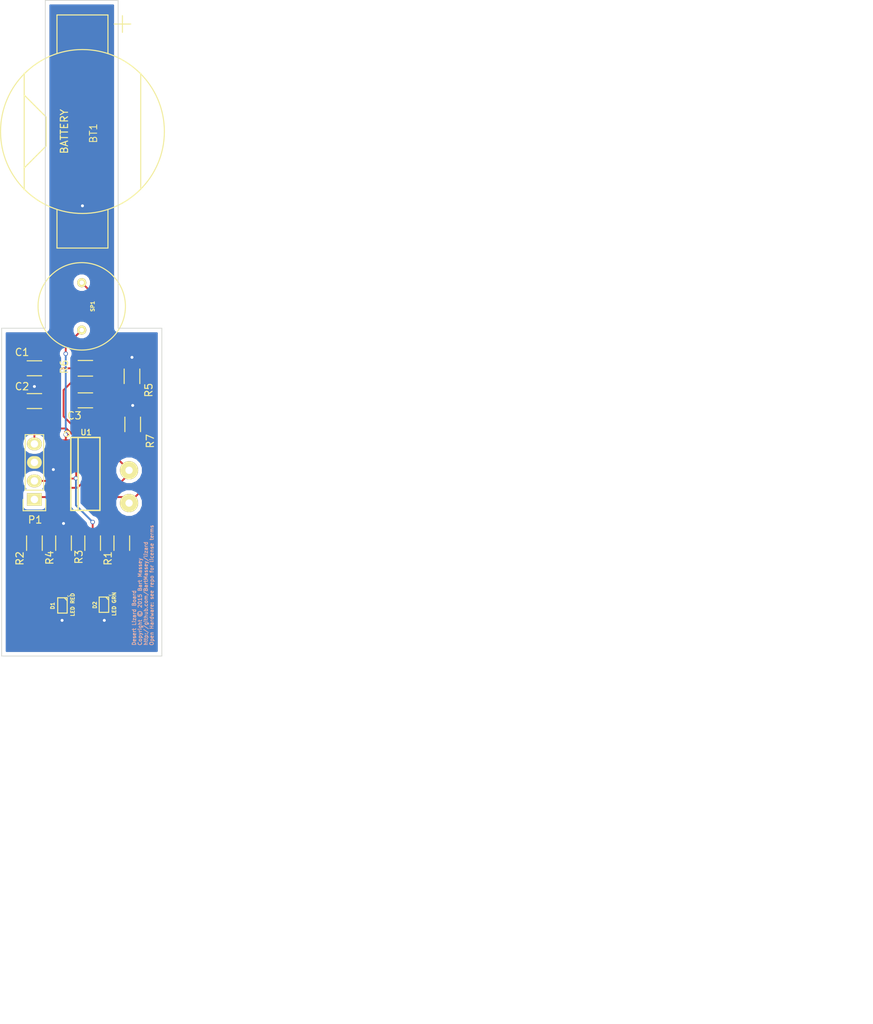
<source format=kicad_pcb>
(kicad_pcb (version 4) (host pcbnew "(2015-06-09 BZR 5726)-product")

  (general
    (links 31)
    (no_connects 0)
    (area 135.574999 59.949999 255.221428 200.3)
    (thickness 1.6)
    (drawings 14)
    (tracks 130)
    (zones 0)
    (modules 18)
    (nets 15)
  )

  (page USLetter)
  (layers
    (0 F.Cu signal)
    (31 B.Cu signal)
    (32 B.Adhes user)
    (33 F.Adhes user)
    (34 B.Paste user)
    (35 F.Paste user)
    (36 B.SilkS user)
    (37 F.SilkS user)
    (38 B.Mask user)
    (39 F.Mask user)
    (40 Dwgs.User user)
    (41 Cmts.User user)
    (42 Eco1.User user)
    (43 Eco2.User user)
    (44 Edge.Cuts user)
    (45 Margin user)
    (46 B.CrtYd user)
    (47 F.CrtYd user)
    (48 B.Fab user)
    (49 F.Fab user)
  )

  (setup
    (last_trace_width 0.25)
    (trace_clearance 0.2)
    (zone_clearance 0.508)
    (zone_45_only no)
    (trace_min 0.2)
    (segment_width 0.2)
    (edge_width 0.1)
    (via_size 0.6)
    (via_drill 0.4)
    (via_min_size 0.4)
    (via_min_drill 0.3)
    (uvia_size 0.3)
    (uvia_drill 0.1)
    (uvias_allowed no)
    (uvia_min_size 0.2)
    (uvia_min_drill 0.1)
    (pcb_text_width 0.3)
    (pcb_text_size 1.5 1.5)
    (mod_edge_width 0.15)
    (mod_text_size 1 1)
    (mod_text_width 0.15)
    (pad_size 0.8 1)
    (pad_drill 0.6)
    (pad_to_mask_clearance 0)
    (aux_axis_origin 136 60)
    (visible_elements FFFFF77F)
    (pcbplotparams
      (layerselection 0x010fc_80000001)
      (usegerberextensions false)
      (excludeedgelayer true)
      (linewidth 0.100000)
      (plotframeref false)
      (viasonmask false)
      (mode 1)
      (useauxorigin false)
      (hpglpennumber 1)
      (hpglpenspeed 20)
      (hpglpendiameter 15)
      (hpglpenoverlay 2)
      (psnegative false)
      (psa4output false)
      (plotreference true)
      (plotvalue true)
      (plotinvisibletext false)
      (padsonsilk false)
      (subtractmaskfromsilk true)
      (outputformat 1)
      (mirror false)
      (drillshape 0)
      (scaleselection 1)
      (outputdirectory plot/))
  )

  (net 0 "")
  (net 1 VDD)
  (net 2 GND)
  (net 3 "Net-(C3-Pad1)")
  (net 4 "Net-(C3-Pad2)")
  (net 5 "Net-(C4-Pad1)")
  (net 6 "Net-(D1-Pad2)")
  (net 7 "Net-(D2-Pad2)")
  (net 8 "Net-(R3-Pad2)")
  (net 9 "Net-(SP1-Pad2)")
  (net 10 "Net-(R1-Pad2)")
  (net 11 "Net-(R2-Pad2)")
  (net 12 "Net-(C5-Pad1)")
  (net 13 "Net-(P1-Pad1)")
  (net 14 "Net-(P1-Pad2)")

  (net_class Default "This is the default net class."
    (clearance 0.2)
    (trace_width 0.25)
    (via_dia 0.6)
    (via_drill 0.4)
    (uvia_dia 0.3)
    (uvia_drill 0.1)
    (add_net GND)
    (add_net "Net-(C3-Pad1)")
    (add_net "Net-(C3-Pad2)")
    (add_net "Net-(C4-Pad1)")
    (add_net "Net-(C5-Pad1)")
    (add_net "Net-(D1-Pad2)")
    (add_net "Net-(D2-Pad2)")
    (add_net "Net-(P1-Pad1)")
    (add_net "Net-(P1-Pad2)")
    (add_net "Net-(R1-Pad2)")
    (add_net "Net-(R2-Pad2)")
    (add_net "Net-(R3-Pad2)")
    (add_net "Net-(SP1-Pad2)")
    (add_net VDD)
  )

  (module Wire_Pads:SolderWirePad_single_1mmDrill (layer F.Cu) (tedit 557A64C9) (tstamp 55777BFB)
    (at 153.5 124.5)
    (path /5576296C)
    (fp_text reference C4 (at 2.6 0.2) (layer F.SilkS) hide
      (effects (font (size 1 1) (thickness 0.15)))
    )
    (fp_text value TC1 (at 1.7 2.2) (layer F.Fab)
      (effects (font (size 1 1) (thickness 0.15)))
    )
    (pad 1 thru_hole circle (at 0 0) (size 2.49936 2.49936) (drill 1.00076) (layers *.Cu *.Mask F.SilkS)
      (net 5 "Net-(C4-Pad1)"))
  )

  (module osram-m676:OSRAM-M676 (layer F.Cu) (tedit 557A65AD) (tstamp 55777C07)
    (at 144.35 143.05 90)
    (path /557668D5)
    (fp_text reference D1 (at -0.05 -1.35 90) (layer F.SilkS)
      (effects (font (size 0.5 0.5) (thickness 0.125)))
    )
    (fp_text value "LED RED" (at 0.1 1.4 90) (layer F.SilkS)
      (effects (font (size 0.5 0.5) (thickness 0.125)))
    )
    (fp_line (start 1.05 0.25) (end 0.65 0.65) (layer F.SilkS) (width 0.15))
    (fp_text user C (at 1.3 0.85 90) (layer F.SilkS)
      (effects (font (size 0.25 0.25) (thickness 0.0625)))
    )
    (fp_line (start -1.05 -0.65) (end 1.05 -0.65) (layer F.SilkS) (width 0.15))
    (fp_line (start 1.05 -0.65) (end 1.05 0.65) (layer F.SilkS) (width 0.15))
    (fp_line (start 1.05 0.65) (end -1.05 0.65) (layer F.SilkS) (width 0.15))
    (fp_line (start -1.05 0.65) (end -1.05 -0.65) (layer F.SilkS) (width 0.15))
    (pad 1 smd rect (at -1 0 90) (size 0.8 1) (layers F.Cu F.Paste F.Mask)
      (net 2 GND))
    (pad 2 smd rect (at 1 0 90) (size 0.8 1) (layers F.Cu F.Paste F.Mask)
      (net 6 "Net-(D1-Pad2)"))
  )

  (module osram-m676:OSRAM-M676 (layer F.Cu) (tedit 557A65B5) (tstamp 55777C13)
    (at 150.05 142.95 90)
    (path /557668E4)
    (fp_text reference D2 (at -0.05 -1.25 90) (layer F.SilkS)
      (effects (font (size 0.5 0.5) (thickness 0.125)))
    )
    (fp_text value "LED GRN" (at 0.1 1.4 90) (layer F.SilkS)
      (effects (font (size 0.5 0.5) (thickness 0.125)))
    )
    (fp_line (start 1.05 0.25) (end 0.65 0.65) (layer F.SilkS) (width 0.15))
    (fp_text user C (at 1.3 0.85 90) (layer F.SilkS)
      (effects (font (size 0.25 0.25) (thickness 0.0625)))
    )
    (fp_line (start -1.05 -0.65) (end 1.05 -0.65) (layer F.SilkS) (width 0.15))
    (fp_line (start 1.05 -0.65) (end 1.05 0.65) (layer F.SilkS) (width 0.15))
    (fp_line (start 1.05 0.65) (end -1.05 0.65) (layer F.SilkS) (width 0.15))
    (fp_line (start -1.05 0.65) (end -1.05 -0.65) (layer F.SilkS) (width 0.15))
    (pad 1 smd rect (at -1 0 90) (size 0.8 1) (layers F.Cu F.Paste F.Mask)
      (net 2 GND))
    (pad 2 smd rect (at 1 0 90) (size 0.8 1) (layers F.Cu F.Paste F.Mask)
      (net 7 "Net-(D2-Pad2)"))
  )

  (module pui-at-1224-twt-5v-2-r:PUI-AT-1224-TWT-5V-2-R (layer F.Cu) (tedit 557692EB) (tstamp 55777C65)
    (at 147 102 270)
    (path /557619D2)
    (fp_text reference SP1 (at 0 -1.5 270) (layer F.SilkS)
      (effects (font (size 0.5 0.5) (thickness 0.125)))
    )
    (fp_text value SPEAKER (at 0 0 270) (layer F.SilkS) hide
      (effects (font (size 1 1) (thickness 0.15)))
    )
    (fp_circle (center 0 0) (end 6 0) (layer F.SilkS) (width 0.15))
    (pad 1 thru_hole circle (at -3.25 0 270) (size 1.25 1.25) (drill 0.6) (layers *.Cu F.SilkS)
      (net 4 "Net-(C3-Pad2)"))
    (pad 2 thru_hole circle (at 3.25 0 270) (size 1.25 1.25) (drill 0.6) (layers *.Cu F.SilkS)
      (net 9 "Net-(SP1-Pad2)"))
  )

  (module soic16:soic16 (layer F.Cu) (tedit 557A6845) (tstamp 55777C7F)
    (at 147.5 125)
    (path /557A8502)
    (solder_paste_margin -0.0508)
    (attr smd)
    (fp_text reference U1 (at 0.1 -5.7) (layer F.SilkS)
      (effects (font (size 0.762 0.762) (thickness 0.1524)))
    )
    (fp_text value EFM8BB1 (at 0 0) (layer F.SilkS) hide
      (effects (font (size 0.762 0.762) (thickness 0.1524)))
    )
    (fp_line (start -1 -5) (end -1 5) (layer F.SilkS) (width 0.2032))
    (fp_circle (center -2.5 -5.5) (end -2.25 -5.25) (layer F.SilkS) (width 0.2032))
    (fp_line (start 2 -5) (end -2 -5) (layer F.SilkS) (width 0.2032))
    (fp_line (start -2 -5) (end -2 5) (layer F.SilkS) (width 0.2032))
    (fp_line (start -2 5) (end 2 5) (layer F.SilkS) (width 0.2032))
    (fp_line (start 2 5) (end 2 -5) (layer F.SilkS) (width 0.2032))
    (pad 1 smd rect (at -2.7 -4.445) (size 1.55 0.6) (layers F.Cu F.Paste F.Mask)
      (net 9 "Net-(SP1-Pad2)"))
    (pad 2 smd rect (at -2.7 -3.175) (size 1.55 0.6) (layers F.Cu F.Paste F.Mask))
    (pad 3 smd rect (at -2.7 -1.905) (size 1.55 0.6) (layers F.Cu F.Paste F.Mask))
    (pad 4 smd rect (at -2.7 -0.635) (size 1.55 0.6) (layers F.Cu F.Paste F.Mask)
      (net 2 GND))
    (pad 5 smd rect (at -2.7 0.635) (size 1.55 0.6) (layers F.Cu F.Paste F.Mask)
      (net 1 VDD))
    (pad 6 smd rect (at -2.7 1.905) (size 1.55 0.6) (layers F.Cu F.Paste F.Mask)
      (net 14 "Net-(P1-Pad2)"))
    (pad 7 smd rect (at -2.7 3.175) (size 1.55 0.6) (layers F.Cu F.Paste F.Mask)
      (net 13 "Net-(P1-Pad1)"))
    (pad 8 smd rect (at -2.7 4.445) (size 1.55 0.6) (layers F.Cu F.Paste F.Mask)
      (net 11 "Net-(R2-Pad2)"))
    (pad 9 smd rect (at 2.7 4.445) (size 1.55 0.6) (layers F.Cu F.Paste F.Mask)
      (net 10 "Net-(R1-Pad2)"))
    (pad 10 smd rect (at 2.7 3.175) (size 1.55 0.6) (layers F.Cu F.Paste F.Mask)
      (net 12 "Net-(C5-Pad1)"))
    (pad 11 smd rect (at 2.7 1.905) (size 1.55 0.6) (layers F.Cu F.Paste F.Mask)
      (net 5 "Net-(C4-Pad1)"))
    (pad 12 smd rect (at 2.7 0.635) (size 1.55 0.6) (layers F.Cu F.Paste F.Mask))
    (pad 13 smd rect (at 2.7 -0.635) (size 1.55 0.6) (layers F.Cu F.Paste F.Mask)
      (net 8 "Net-(R3-Pad2)"))
    (pad 14 smd rect (at 2.7 -1.905) (size 1.55 0.6) (layers F.Cu F.Paste F.Mask))
    (pad 15 smd rect (at 2.7 -3.175) (size 1.55 0.6) (layers F.Cu F.Paste F.Mask))
    (pad 16 smd rect (at 2.7 -4.445) (size 1.55 0.6) (layers F.Cu F.Paste F.Mask)
      (net 3 "Net-(C3-Pad1)"))
  )

  (module mpd-bu2032-sm:MPD-BU2032-SM (layer F.Cu) (tedit 55792701) (tstamp 55792283)
    (at 147.1 78 270)
    (path /55778528)
    (fp_text reference BT1 (at 0.25 -1.5 450) (layer F.SilkS)
      (effects (font (size 1 1) (thickness 0.125)))
    )
    (fp_text value BATTERY (at 0 2.5 270) (layer F.SilkS)
      (effects (font (size 1 1) (thickness 0.15)))
    )
    (fp_line (start -5 8) (end -2 5) (layer F.SilkS) (width 0.15))
    (fp_line (start -2 5) (end 2 5) (layer F.SilkS) (width 0.15))
    (fp_line (start 2 5) (end 5 8) (layer F.SilkS) (width 0.15))
    (fp_text user + (at -14.75 -5.25 270) (layer F.SilkS)
      (effects (font (size 3 3) (thickness 0.15)))
    )
    (fp_line (start -10.75 3.5) (end -16 3.5) (layer F.SilkS) (width 0.15))
    (fp_line (start -10.75 -3.5) (end -16 -3.5) (layer F.SilkS) (width 0.15))
    (fp_line (start -16 -3.5) (end -16 3.5) (layer F.SilkS) (width 0.15))
    (fp_line (start 16 -3.5) (end 16 3.5) (layer F.SilkS) (width 0.15))
    (fp_line (start 16 3.5) (end 10.75 3.5) (layer F.SilkS) (width 0.15))
    (fp_line (start 10.75 -3.5) (end 16 -3.5) (layer F.SilkS) (width 0.15))
    (fp_line (start 8 8) (end -8 8) (layer F.SilkS) (width 0.15))
    (fp_line (start -8 -8) (end 7.75 -8) (layer F.SilkS) (width 0.15))
    (fp_circle (center 0 0) (end 0 -11.25) (layer F.SilkS) (width 0.15))
    (pad 1 smd rect (at -14.65 0 270) (size 3.2 4.2) (layers F.Cu F.Paste F.Mask)
      (net 1 VDD))
    (pad 2 smd rect (at 14.65 0 270) (size 3.2 4.2) (layers F.Cu F.Paste F.Mask)
      (net 2 GND))
  )

  (module Capacitors_SMD:C_1206 (layer F.Cu) (tedit 557A6335) (tstamp 5579BE25)
    (at 140.5 110.5 180)
    (descr "Capacitor SMD 1206, reflow soldering, AVX (see smccp.pdf)")
    (tags "capacitor 1206")
    (path /5576189A)
    (attr smd)
    (fp_text reference C1 (at 1.7 2.2 180) (layer F.SilkS)
      (effects (font (size 1 1) (thickness 0.15)))
    )
    (fp_text value 1u (at -1.5 2.3 180) (layer F.Fab)
      (effects (font (size 1 1) (thickness 0.15)))
    )
    (fp_line (start -2.3 -1.15) (end 2.3 -1.15) (layer F.CrtYd) (width 0.05))
    (fp_line (start -2.3 1.15) (end 2.3 1.15) (layer F.CrtYd) (width 0.05))
    (fp_line (start -2.3 -1.15) (end -2.3 1.15) (layer F.CrtYd) (width 0.05))
    (fp_line (start 2.3 -1.15) (end 2.3 1.15) (layer F.CrtYd) (width 0.05))
    (fp_line (start 1 -1.025) (end -1 -1.025) (layer F.SilkS) (width 0.15))
    (fp_line (start -1 1.025) (end 1 1.025) (layer F.SilkS) (width 0.15))
    (pad 1 smd rect (at -1.5 0 180) (size 1 1.6) (layers F.Cu F.Paste F.Mask)
      (net 1 VDD))
    (pad 2 smd rect (at 1.5 0 180) (size 1 1.6) (layers F.Cu F.Paste F.Mask)
      (net 2 GND))
    (model Capacitors_SMD.3dshapes/C_1206.wrl
      (at (xyz 0 0 0))
      (scale (xyz 1 1 1))
      (rotate (xyz 0 0 0))
    )
  )

  (module Capacitors_SMD:C_1206 (layer F.Cu) (tedit 557A6347) (tstamp 5579BE30)
    (at 140.5 115 180)
    (descr "Capacitor SMD 1206, reflow soldering, AVX (see smccp.pdf)")
    (tags "capacitor 1206")
    (path /557618A9)
    (attr smd)
    (fp_text reference C2 (at 1.7 2 180) (layer F.SilkS)
      (effects (font (size 1 1) (thickness 0.15)))
    )
    (fp_text value 100n (at -1.9 2 180) (layer F.Fab)
      (effects (font (size 1 1) (thickness 0.15)))
    )
    (fp_line (start -2.3 -1.15) (end 2.3 -1.15) (layer F.CrtYd) (width 0.05))
    (fp_line (start -2.3 1.15) (end 2.3 1.15) (layer F.CrtYd) (width 0.05))
    (fp_line (start -2.3 -1.15) (end -2.3 1.15) (layer F.CrtYd) (width 0.05))
    (fp_line (start 2.3 -1.15) (end 2.3 1.15) (layer F.CrtYd) (width 0.05))
    (fp_line (start 1 -1.025) (end -1 -1.025) (layer F.SilkS) (width 0.15))
    (fp_line (start -1 1.025) (end 1 1.025) (layer F.SilkS) (width 0.15))
    (pad 1 smd rect (at -1.5 0 180) (size 1 1.6) (layers F.Cu F.Paste F.Mask)
      (net 1 VDD))
    (pad 2 smd rect (at 1.5 0 180) (size 1 1.6) (layers F.Cu F.Paste F.Mask)
      (net 2 GND))
    (model Capacitors_SMD.3dshapes/C_1206.wrl
      (at (xyz 0 0 0))
      (scale (xyz 1 1 1))
      (rotate (xyz 0 0 0))
    )
  )

  (module Capacitors_SMD:C_1206 (layer F.Cu) (tedit 557A6D76) (tstamp 5579BE3B)
    (at 147.5 114.9)
    (descr "Capacitor SMD 1206, reflow soldering, AVX (see smccp.pdf)")
    (tags "capacitor 1206")
    (path /55761BB9)
    (attr smd)
    (fp_text reference C3 (at -1.5 2.1) (layer F.SilkS)
      (effects (font (size 1 1) (thickness 0.15)))
    )
    (fp_text value 22u (at 1.5 2.1) (layer F.Fab)
      (effects (font (size 1 1) (thickness 0.15)))
    )
    (fp_line (start -2.3 -1.15) (end 2.3 -1.15) (layer F.CrtYd) (width 0.05))
    (fp_line (start -2.3 1.15) (end 2.3 1.15) (layer F.CrtYd) (width 0.05))
    (fp_line (start -2.3 -1.15) (end -2.3 1.15) (layer F.CrtYd) (width 0.05))
    (fp_line (start 2.3 -1.15) (end 2.3 1.15) (layer F.CrtYd) (width 0.05))
    (fp_line (start 1 -1.025) (end -1 -1.025) (layer F.SilkS) (width 0.15))
    (fp_line (start -1 1.025) (end 1 1.025) (layer F.SilkS) (width 0.15))
    (pad 1 smd rect (at -1.5 0) (size 1 1.6) (layers F.Cu F.Paste F.Mask)
      (net 3 "Net-(C3-Pad1)"))
    (pad 2 smd rect (at 1.5 0) (size 1 1.6) (layers F.Cu F.Paste F.Mask)
      (net 4 "Net-(C3-Pad2)"))
    (model Capacitors_SMD.3dshapes/C_1206.wrl
      (at (xyz 0 0 0))
      (scale (xyz 1 1 1))
      (rotate (xyz 0 0 0))
    )
  )

  (module Resistors_SMD:R_1206 (layer F.Cu) (tedit 557A62C2) (tstamp 5579BE46)
    (at 152.5 134.5 90)
    (descr "Resistor SMD 1206, reflow soldering, Vishay (see dcrcw.pdf)")
    (tags "resistor 1206")
    (path /5576039B)
    (attr smd)
    (fp_text reference R1 (at -2.1 -1.9 90) (layer F.SilkS)
      (effects (font (size 1 1) (thickness 0.15)))
    )
    (fp_text value 20 (at 1.2 -1.9 90) (layer F.Fab)
      (effects (font (size 1 1) (thickness 0.15)))
    )
    (fp_line (start -2.2 -1.2) (end 2.2 -1.2) (layer F.CrtYd) (width 0.05))
    (fp_line (start -2.2 1.2) (end 2.2 1.2) (layer F.CrtYd) (width 0.05))
    (fp_line (start -2.2 -1.2) (end -2.2 1.2) (layer F.CrtYd) (width 0.05))
    (fp_line (start 2.2 -1.2) (end 2.2 1.2) (layer F.CrtYd) (width 0.05))
    (fp_line (start 1 1.075) (end -1 1.075) (layer F.SilkS) (width 0.15))
    (fp_line (start -1 -1.075) (end 1 -1.075) (layer F.SilkS) (width 0.15))
    (pad 1 smd rect (at -1.45 0 90) (size 0.9 1.7) (layers F.Cu F.Paste F.Mask)
      (net 7 "Net-(D2-Pad2)"))
    (pad 2 smd rect (at 1.45 0 90) (size 0.9 1.7) (layers F.Cu F.Paste F.Mask)
      (net 10 "Net-(R1-Pad2)"))
    (model Resistors_SMD.3dshapes/R_1206.wrl
      (at (xyz 0 0 0))
      (scale (xyz 1 1 1))
      (rotate (xyz 0 0 0))
    )
  )

  (module Resistors_SMD:R_1206 (layer F.Cu) (tedit 557A62D4) (tstamp 5579BE51)
    (at 140.5 134.5 90)
    (descr "Resistor SMD 1206, reflow soldering, Vishay (see dcrcw.pdf)")
    (tags "resistor 1206")
    (path /557603AA)
    (attr smd)
    (fp_text reference R2 (at -2.1 -2 90) (layer F.SilkS)
      (effects (font (size 1 1) (thickness 0.15)))
    )
    (fp_text value 20 (at 1.1 -2 90) (layer F.Fab)
      (effects (font (size 1 1) (thickness 0.15)))
    )
    (fp_line (start -2.2 -1.2) (end 2.2 -1.2) (layer F.CrtYd) (width 0.05))
    (fp_line (start -2.2 1.2) (end 2.2 1.2) (layer F.CrtYd) (width 0.05))
    (fp_line (start -2.2 -1.2) (end -2.2 1.2) (layer F.CrtYd) (width 0.05))
    (fp_line (start 2.2 -1.2) (end 2.2 1.2) (layer F.CrtYd) (width 0.05))
    (fp_line (start 1 1.075) (end -1 1.075) (layer F.SilkS) (width 0.15))
    (fp_line (start -1 -1.075) (end 1 -1.075) (layer F.SilkS) (width 0.15))
    (pad 1 smd rect (at -1.45 0 90) (size 0.9 1.7) (layers F.Cu F.Paste F.Mask)
      (net 6 "Net-(D1-Pad2)"))
    (pad 2 smd rect (at 1.45 0 90) (size 0.9 1.7) (layers F.Cu F.Paste F.Mask)
      (net 11 "Net-(R2-Pad2)"))
    (model Resistors_SMD.3dshapes/R_1206.wrl
      (at (xyz 0 0 0))
      (scale (xyz 1 1 1))
      (rotate (xyz 0 0 0))
    )
  )

  (module Resistors_SMD:R_1206 (layer F.Cu) (tedit 557A66D0) (tstamp 5579BE5C)
    (at 148.5 134.5 270)
    (descr "Resistor SMD 1206, reflow soldering, Vishay (see dcrcw.pdf)")
    (tags "resistor 1206")
    (path /55762175)
    (attr smd)
    (fp_text reference R3 (at 1.9 1.9 270) (layer F.SilkS)
      (effects (font (size 1 1) (thickness 0.15)))
    )
    (fp_text value 4.7M (at -1.6 1.9 270) (layer F.Fab)
      (effects (font (size 1 1) (thickness 0.15)))
    )
    (fp_line (start -2.2 -1.2) (end 2.2 -1.2) (layer F.CrtYd) (width 0.05))
    (fp_line (start -2.2 1.2) (end 2.2 1.2) (layer F.CrtYd) (width 0.05))
    (fp_line (start -2.2 -1.2) (end -2.2 1.2) (layer F.CrtYd) (width 0.05))
    (fp_line (start 2.2 -1.2) (end 2.2 1.2) (layer F.CrtYd) (width 0.05))
    (fp_line (start 1 1.075) (end -1 1.075) (layer F.SilkS) (width 0.15))
    (fp_line (start -1 -1.075) (end 1 -1.075) (layer F.SilkS) (width 0.15))
    (pad 1 smd rect (at -1.45 0 270) (size 0.9 1.7) (layers F.Cu F.Paste F.Mask)
      (net 1 VDD))
    (pad 2 smd rect (at 1.45 0 270) (size 0.9 1.7) (layers F.Cu F.Paste F.Mask)
      (net 8 "Net-(R3-Pad2)"))
    (model Resistors_SMD.3dshapes/R_1206.wrl
      (at (xyz 0 0 0))
      (scale (xyz 1 1 1))
      (rotate (xyz 0 0 0))
    )
  )

  (module Resistors_SMD:R_1206 (layer F.Cu) (tedit 557A66B1) (tstamp 5579BE67)
    (at 144.5 134.5 90)
    (descr "Resistor SMD 1206, reflow soldering, Vishay (see dcrcw.pdf)")
    (tags "resistor 1206")
    (path /5576214B)
    (attr smd)
    (fp_text reference R4 (at -2 -1.9 90) (layer F.SilkS)
      (effects (font (size 1 1) (thickness 0.15)))
    )
    (fp_text value 1M (at 1.2 -1.9 90) (layer F.Fab)
      (effects (font (size 1 1) (thickness 0.15)))
    )
    (fp_line (start -2.2 -1.2) (end 2.2 -1.2) (layer F.CrtYd) (width 0.05))
    (fp_line (start -2.2 1.2) (end 2.2 1.2) (layer F.CrtYd) (width 0.05))
    (fp_line (start -2.2 -1.2) (end -2.2 1.2) (layer F.CrtYd) (width 0.05))
    (fp_line (start 2.2 -1.2) (end 2.2 1.2) (layer F.CrtYd) (width 0.05))
    (fp_line (start 1 1.075) (end -1 1.075) (layer F.SilkS) (width 0.15))
    (fp_line (start -1 -1.075) (end 1 -1.075) (layer F.SilkS) (width 0.15))
    (pad 1 smd rect (at -1.45 0 90) (size 0.9 1.7) (layers F.Cu F.Paste F.Mask)
      (net 8 "Net-(R3-Pad2)"))
    (pad 2 smd rect (at 1.45 0 90) (size 0.9 1.7) (layers F.Cu F.Paste F.Mask)
      (net 2 GND))
    (model Resistors_SMD.3dshapes/R_1206.wrl
      (at (xyz 0 0 0))
      (scale (xyz 1 1 1))
      (rotate (xyz 0 0 0))
    )
  )

  (module Resistors_SMD:R_1206 (layer F.Cu) (tedit 557A69F2) (tstamp 5579BE72)
    (at 153.9 111.6 90)
    (descr "Resistor SMD 1206, reflow soldering, Vishay (see dcrcw.pdf)")
    (tags "resistor 1206")
    (path /55767E3F)
    (attr smd)
    (fp_text reference R5 (at -1.9 2.3 90) (layer F.SilkS)
      (effects (font (size 1 1) (thickness 0.15)))
    )
    (fp_text value 4.7M (at 1.3 2.4 90) (layer F.Fab)
      (effects (font (size 1 1) (thickness 0.15)))
    )
    (fp_line (start -2.2 -1.2) (end 2.2 -1.2) (layer F.CrtYd) (width 0.05))
    (fp_line (start -2.2 1.2) (end 2.2 1.2) (layer F.CrtYd) (width 0.05))
    (fp_line (start -2.2 -1.2) (end -2.2 1.2) (layer F.CrtYd) (width 0.05))
    (fp_line (start 2.2 -1.2) (end 2.2 1.2) (layer F.CrtYd) (width 0.05))
    (fp_line (start 1 1.075) (end -1 1.075) (layer F.SilkS) (width 0.15))
    (fp_line (start -1 -1.075) (end 1 -1.075) (layer F.SilkS) (width 0.15))
    (pad 1 smd rect (at -1.45 0 90) (size 0.9 1.7) (layers F.Cu F.Paste F.Mask)
      (net 5 "Net-(C4-Pad1)"))
    (pad 2 smd rect (at 1.45 0 90) (size 0.9 1.7) (layers F.Cu F.Paste F.Mask)
      (net 2 GND))
    (model Resistors_SMD.3dshapes/R_1206.wrl
      (at (xyz 0 0 0))
      (scale (xyz 1 1 1))
      (rotate (xyz 0 0 0))
    )
  )

  (module Wire_Pads:SolderWirePad_single_1mmDrill (layer F.Cu) (tedit 557A64C2) (tstamp 557A4B75)
    (at 153.5 129)
    (path /557A5A63)
    (fp_text reference C5 (at 2.3 1.3) (layer F.SilkS) hide
      (effects (font (size 1 1) (thickness 0.15)))
    )
    (fp_text value TC2 (at 1.6 2.5) (layer F.Fab)
      (effects (font (size 1 1) (thickness 0.15)))
    )
    (pad 1 thru_hole circle (at 0 0) (size 2.49936 2.49936) (drill 1.00076) (layers *.Cu *.Mask F.SilkS)
      (net 12 "Net-(C5-Pad1)"))
  )

  (module Pin_Headers:Pin_Header_Straight_1x04 (layer F.Cu) (tedit 557A6304) (tstamp 557A4B7D)
    (at 140.5 128.5 180)
    (descr "Through hole pin header")
    (tags "pin header")
    (path /557A7AC9)
    (fp_text reference P1 (at -0.1 -2.8 180) (layer F.SilkS)
      (effects (font (size 1 1) (thickness 0.15)))
    )
    (fp_text value SWD (at 0 10.3 180) (layer F.Fab)
      (effects (font (size 1 1) (thickness 0.15)))
    )
    (fp_line (start -1.75 -1.75) (end -1.75 9.4) (layer F.CrtYd) (width 0.05))
    (fp_line (start 1.75 -1.75) (end 1.75 9.4) (layer F.CrtYd) (width 0.05))
    (fp_line (start -1.75 -1.75) (end 1.75 -1.75) (layer F.CrtYd) (width 0.05))
    (fp_line (start -1.75 9.4) (end 1.75 9.4) (layer F.CrtYd) (width 0.05))
    (fp_line (start -1.27 1.27) (end -1.27 8.89) (layer F.SilkS) (width 0.15))
    (fp_line (start 1.27 1.27) (end 1.27 8.89) (layer F.SilkS) (width 0.15))
    (fp_line (start 1.55 -1.55) (end 1.55 0) (layer F.SilkS) (width 0.15))
    (fp_line (start -1.27 8.89) (end 1.27 8.89) (layer F.SilkS) (width 0.15))
    (fp_line (start 1.27 1.27) (end -1.27 1.27) (layer F.SilkS) (width 0.15))
    (fp_line (start -1.55 0) (end -1.55 -1.55) (layer F.SilkS) (width 0.15))
    (fp_line (start -1.55 -1.55) (end 1.55 -1.55) (layer F.SilkS) (width 0.15))
    (pad 1 thru_hole rect (at 0 0 180) (size 2.032 1.7272) (drill 1.016) (layers *.Cu *.Mask F.SilkS)
      (net 13 "Net-(P1-Pad1)"))
    (pad 2 thru_hole oval (at 0 2.54 180) (size 2.032 1.7272) (drill 1.016) (layers *.Cu *.Mask F.SilkS)
      (net 14 "Net-(P1-Pad2)"))
    (pad 3 thru_hole oval (at 0 5.08 180) (size 2.032 1.7272) (drill 1.016) (layers *.Cu *.Mask F.SilkS)
      (net 2 GND))
    (pad 4 thru_hole oval (at 0 7.62 180) (size 2.032 1.7272) (drill 1.016) (layers *.Cu *.Mask F.SilkS)
      (net 1 VDD))
    (model Pin_Headers.3dshapes/Pin_Header_Straight_1x04.wrl
      (at (xyz 0 -0.15 0))
      (scale (xyz 1 1 1))
      (rotate (xyz 0 0 90))
    )
  )

  (module Resistors_SMD:R_1206 (layer F.Cu) (tedit 557A6391) (tstamp 557A4B83)
    (at 147.5 110.5 180)
    (descr "Resistor SMD 1206, reflow soldering, Vishay (see dcrcw.pdf)")
    (tags "resistor 1206")
    (path /557A476B)
    (attr smd)
    (fp_text reference R6 (at 2.9 0.2 270) (layer F.SilkS)
      (effects (font (size 1 1) (thickness 0.15)))
    )
    (fp_text value 10K (at -2.9 0.1 270) (layer F.Fab)
      (effects (font (size 1 1) (thickness 0.15)))
    )
    (fp_line (start -2.2 -1.2) (end 2.2 -1.2) (layer F.CrtYd) (width 0.05))
    (fp_line (start -2.2 1.2) (end 2.2 1.2) (layer F.CrtYd) (width 0.05))
    (fp_line (start -2.2 -1.2) (end -2.2 1.2) (layer F.CrtYd) (width 0.05))
    (fp_line (start 2.2 -1.2) (end 2.2 1.2) (layer F.CrtYd) (width 0.05))
    (fp_line (start 1 1.075) (end -1 1.075) (layer F.SilkS) (width 0.15))
    (fp_line (start -1 -1.075) (end 1 -1.075) (layer F.SilkS) (width 0.15))
    (pad 1 smd rect (at -1.45 0 180) (size 0.9 1.7) (layers F.Cu F.Paste F.Mask)
      (net 14 "Net-(P1-Pad2)"))
    (pad 2 smd rect (at 1.45 0 180) (size 0.9 1.7) (layers F.Cu F.Paste F.Mask)
      (net 1 VDD))
    (model Resistors_SMD.3dshapes/R_1206.wrl
      (at (xyz 0 0 0))
      (scale (xyz 1 1 1))
      (rotate (xyz 0 0 0))
    )
  )

  (module Resistors_SMD:R_1206 (layer F.Cu) (tedit 557A6ADA) (tstamp 557A4B89)
    (at 154 118.2 90)
    (descr "Resistor SMD 1206, reflow soldering, Vishay (see dcrcw.pdf)")
    (tags "resistor 1206")
    (path /557A5A69)
    (attr smd)
    (fp_text reference R7 (at -2.3 2.4 90) (layer F.SilkS)
      (effects (font (size 1 1) (thickness 0.15)))
    )
    (fp_text value 4.7M (at 0.9 2.4 90) (layer F.Fab)
      (effects (font (size 1 1) (thickness 0.15)))
    )
    (fp_line (start -2.2 -1.2) (end 2.2 -1.2) (layer F.CrtYd) (width 0.05))
    (fp_line (start -2.2 1.2) (end 2.2 1.2) (layer F.CrtYd) (width 0.05))
    (fp_line (start -2.2 -1.2) (end -2.2 1.2) (layer F.CrtYd) (width 0.05))
    (fp_line (start 2.2 -1.2) (end 2.2 1.2) (layer F.CrtYd) (width 0.05))
    (fp_line (start 1 1.075) (end -1 1.075) (layer F.SilkS) (width 0.15))
    (fp_line (start -1 -1.075) (end 1 -1.075) (layer F.SilkS) (width 0.15))
    (pad 1 smd rect (at -1.45 0 90) (size 0.9 1.7) (layers F.Cu F.Paste F.Mask)
      (net 12 "Net-(C5-Pad1)"))
    (pad 2 smd rect (at 1.45 0 90) (size 0.9 1.7) (layers F.Cu F.Paste F.Mask)
      (net 2 GND))
    (model Resistors_SMD.3dshapes/R_1206.wrl
      (at (xyz 0 0 0))
      (scale (xyz 1 1 1))
      (rotate (xyz 0 0 0))
    )
  )

  (gr_text 0.2 (at 251.5 199.1) (layer Cmts.User)
    (effects (font (size 1.5 1.5) (thickness 0.3)) (justify left))
  )
  (gr_text 2014-06-11 (at 189.6 198.8) (layer Cmts.User)
    (effects (font (size 1.5 1.5) (thickness 0.3)) (justify left))
  )
  (gr_text "lizard.kicad_pcb sheet 1/1" (at 184 190.7) (layer Cmts.User)
    (effects (font (size 1.5 1.5) (thickness 0.3)))
  )
  (gr_text "Desert Lizard board" (at 168.8 195.1) (layer Cmts.User)
    (effects (font (size 1.5 1.5) (thickness 0.3)) (justify left))
  )
  (gr_text "Copyright © 2015 Bart Massey\nhttp://github.com/BartMassey/lizard\nOpen Hardware: see repo for license terms\n" (at 162.6 180.2) (layer Cmts.User)
    (effects (font (size 1.5 1.5) (thickness 0.3)) (justify left))
  )
  (gr_text "Desert Lizard Board\nCopyright © 2015 Bart Massey\nhttp://github.com/BartMassey/lizard\nOpen Hardware: see repo for license terms" (at 155.4 148.6 90) (layer B.SilkS)
    (effects (font (size 0.5 0.5) (thickness 0.1)) (justify left))
  )
  (gr_line (start 136 105) (end 142 105) (angle 90) (layer Edge.Cuts) (width 0.1))
  (gr_line (start 136 150) (end 136 105) (angle 90) (layer Edge.Cuts) (width 0.1))
  (gr_line (start 158 150) (end 136 150) (angle 90) (layer Edge.Cuts) (width 0.1))
  (gr_line (start 158 105) (end 158 150) (angle 90) (layer Edge.Cuts) (width 0.1))
  (gr_line (start 152 105) (end 158 105) (angle 90) (layer Edge.Cuts) (width 0.1))
  (gr_line (start 142 60) (end 152 60) (angle 90) (layer Edge.Cuts) (width 0.1))
  (gr_line (start 142 60) (end 142 105) (angle 90) (layer Edge.Cuts) (width 0.1))
  (gr_line (start 152 60) (end 152 105) (angle 90) (layer Edge.Cuts) (width 0.1))

  (segment (start 144.8864 118.761398) (end 141.038602 118.761398) (width 0.25) (layer F.Cu) (net 1))
  (segment (start 146.235 120.109998) (end 144.8864 118.761398) (width 0.25) (layer F.Cu) (net 1))
  (segment (start 146.235 125.635) (end 146.235 120.109998) (width 0.25) (layer F.Cu) (net 1))
  (segment (start 141.038602 118.761398) (end 140.5 119.3) (width 0.25) (layer F.Cu) (net 1))
  (segment (start 140.5 118.7) (end 142 117.2) (width 0.25) (layer F.Cu) (net 1) (tstamp 557A6C59))
  (segment (start 142 117.2) (end 142 115) (width 0.25) (layer F.Cu) (net 1) (tstamp 557A6C5E))
  (segment (start 140.5 119.3) (end 140.5 118.7) (width 0.25) (layer F.Cu) (net 1) (tstamp 557A6E23))
  (segment (start 140.5 120.88) (end 140.5 119.3) (width 0.25) (layer F.Cu) (net 1))
  (segment (start 142 115) (end 142 110.5) (width 0.25) (layer F.Cu) (net 1))
  (segment (start 142 110.5) (end 146.05 110.5) (width 0.25) (layer F.Cu) (net 1))
  (segment (start 142 108.9) (end 143 107.9) (width 0.25) (layer F.Cu) (net 1) (tstamp 557A6CF6))
  (segment (start 143 107.9) (end 143 67.45) (width 0.25) (layer F.Cu) (net 1) (tstamp 557A6CF8))
  (segment (start 143 67.45) (end 147.1 63.35) (width 0.25) (layer F.Cu) (net 1) (tstamp 557A6D0F))
  (segment (start 142 110.5) (end 142 108.9) (width 0.25) (layer F.Cu) (net 1))
  (segment (start 144.8 125.635) (end 146.235 125.635) (width 0.25) (layer F.Cu) (net 1))
  (via (at 148.5 131.6) (size 0.6) (layers F.Cu B.Cu) (net 1))
  (segment (start 148.5 131.6) (end 146.2 129.3) (width 0.25) (layer B.Cu) (net 1) (tstamp 557A6E89))
  (segment (start 146.2 129.3) (end 146.2 125.6) (width 0.25) (layer B.Cu) (net 1) (tstamp 557A6E8A))
  (via (at 146.2 125.6) (size 0.6) (layers F.Cu B.Cu) (net 1))
  (segment (start 146.2 125.6) (end 146.2 125.635) (width 0.25) (layer F.Cu) (net 1) (tstamp 557A6EA0))
  (segment (start 146.2 125.635) (end 146.235 125.635) (width 0.25) (layer F.Cu) (net 1) (tstamp 557A6EA1))
  (segment (start 148.5 133.05) (end 148.5 131.6) (width 0.25) (layer F.Cu) (net 1))
  (segment (start 143.1 124.4) (end 143.1 113.01091) (width 0.25) (layer B.Cu) (net 2))
  (segment (start 140.935174 113.01091) (end 143.1 113.01091) (width 0.25) (layer B.Cu) (net 2))
  (segment (start 143.1 113.01091) (end 143.1 104.5) (width 0.25) (layer B.Cu) (net 2))
  (segment (start 140.5 113) (end 140.924264 113) (width 0.25) (layer B.Cu) (net 2))
  (segment (start 140.924264 113) (end 140.935174 113.01091) (width 0.25) (layer B.Cu) (net 2))
  (segment (start 143.1 104.5) (end 145.775118 101.824882) (width 0.25) (layer B.Cu) (net 2))
  (segment (start 145.775118 101.824882) (end 150.8 101.824882) (width 0.25) (layer B.Cu) (net 2))
  (segment (start 150.8 91.9) (end 150.8 101.824882) (width 0.25) (layer B.Cu) (net 2))
  (segment (start 150.8 101.824882) (end 150.8 109) (width 0.25) (layer B.Cu) (net 2))
  (via (at 147.1 88.2) (size 0.6) (layers F.Cu B.Cu) (net 2))
  (segment (start 147.1 88.2) (end 150.8 91.9) (width 0.25) (layer B.Cu) (net 2) (tstamp 557A60B9))
  (segment (start 150.8 109) (end 150.8 113) (width 0.25) (layer B.Cu) (net 2) (tstamp 557A6A5B))
  (segment (start 147.1 92.65) (end 147.1 88.2) (width 0.25) (layer F.Cu) (net 2))
  (segment (start 139 114.5) (end 139 115) (width 0.25) (layer F.Cu) (net 2) (tstamp 557A60F0))
  (segment (start 140.5 113) (end 139 114.5) (width 0.25) (layer F.Cu) (net 2) (tstamp 557A60DF))
  (segment (start 139 111.5) (end 140.5 113) (width 0.25) (layer F.Cu) (net 2) (tstamp 557A6105))
  (segment (start 139 110.5) (end 139 111.5) (width 0.25) (layer F.Cu) (net 2))
  (segment (start 140.45 112.95) (end 140.5 113) (width 0.25) (layer F.Cu) (net 2) (tstamp 557A6170))
  (segment (start 140.5 113) (end 140.45 112.95) (width 0.25) (layer F.Cu) (net 2) (tstamp 557A616F))
  (via (at 140.5 113) (size 0.6) (layers F.Cu B.Cu) (net 2))
  (segment (start 150.1 144) (end 150.05 143.95) (width 0.25) (layer F.Cu) (net 2) (tstamp 557A6722))
  (segment (start 150.1 145.1) (end 150.1 144) (width 0.25) (layer F.Cu) (net 2) (tstamp 557A6721))
  (via (at 150.1 145.1) (size 0.6) (layers F.Cu B.Cu) (net 2))
  (segment (start 144.3 145.1) (end 150.1 145.1) (width 0.25) (layer B.Cu) (net 2) (tstamp 557A6713))
  (via (at 144.3 145.1) (size 0.6) (layers F.Cu B.Cu) (net 2))
  (segment (start 144.3 144.1) (end 144.3 145.1) (width 0.25) (layer F.Cu) (net 2) (tstamp 557A670B))
  (segment (start 144.35 144.05) (end 144.3 144.1) (width 0.25) (layer F.Cu) (net 2))
  (via (at 144.5 131.8) (size 0.6) (layers F.Cu B.Cu) (net 2))
  (segment (start 144.5 131.8) (end 144.5 144.9) (width 0.25) (layer B.Cu) (net 2) (tstamp 557A6751))
  (segment (start 144.5 144.9) (end 144.3 145.1) (width 0.25) (layer B.Cu) (net 2) (tstamp 557A6752))
  (segment (start 144.5 133.05) (end 144.5 131.8) (width 0.25) (layer F.Cu) (net 2))
  (segment (start 144.765 124.4) (end 144.8 124.365) (width 0.25) (layer F.Cu) (net 2) (tstamp 557A6780))
  (segment (start 143.1 130.4) (end 143.1 124.4) (width 0.25) (layer B.Cu) (net 2) (tstamp 557A676C))
  (via (at 143.1 124.4) (size 0.6) (layers F.Cu B.Cu) (net 2))
  (segment (start 143.1 124.4) (end 144.765 124.4) (width 0.25) (layer F.Cu) (net 2) (tstamp 557A677F))
  (segment (start 144.5 131.8) (end 143.1 130.4) (width 0.25) (layer B.Cu) (net 2))
  (segment (start 142.12 123.42) (end 140.5 123.42) (width 0.25) (layer F.Cu) (net 2) (tstamp 557A67AB))
  (segment (start 143.1 124.4) (end 142.12 123.42) (width 0.25) (layer F.Cu) (net 2))
  (via (at 154 115.6) (size 0.6) (layers F.Cu B.Cu) (net 2))
  (segment (start 154 115.6) (end 153.4 115.6) (width 0.25) (layer B.Cu) (net 2) (tstamp 557A6975))
  (segment (start 153.4 115.6) (end 150.8 113) (width 0.25) (layer B.Cu) (net 2) (tstamp 557A6976))
  (segment (start 154 116.75) (end 154 115.6) (width 0.25) (layer F.Cu) (net 2))
  (segment (start 150.9 109) (end 150.8 109) (width 0.25) (layer B.Cu) (net 2) (tstamp 557A6A5A))
  (segment (start 150.8 109) (end 150.9 109) (width 0.25) (layer B.Cu) (net 2) (tstamp 557A6A57))
  (via (at 153.9 109) (size 0.6) (layers F.Cu B.Cu) (net 2))
  (segment (start 153.9 109) (end 150.8 109) (width 0.25) (layer B.Cu) (net 2) (tstamp 557A6A56))
  (segment (start 153.9 110.15) (end 153.9 109) (width 0.25) (layer F.Cu) (net 2))
  (segment (start 150.2 119.8) (end 149.2 118.8) (width 0.25) (layer F.Cu) (net 3) (tstamp 557A6D97))
  (segment (start 149.2 118.8) (end 147.4 118.8) (width 0.25) (layer F.Cu) (net 3) (tstamp 557A6D98))
  (segment (start 147.4 118.8) (end 146 117.4) (width 0.25) (layer F.Cu) (net 3) (tstamp 557A6D9A))
  (segment (start 146 117.4) (end 146 114.9) (width 0.25) (layer F.Cu) (net 3) (tstamp 557A6D9D))
  (segment (start 150.2 120.555) (end 150.2 119.8) (width 0.25) (layer F.Cu) (net 3))
  (segment (start 149.7 114.9) (end 150.4 114.2) (width 0.25) (layer F.Cu) (net 4) (tstamp 557A6DA1))
  (segment (start 150.4 114.2) (end 150.4 102.15) (width 0.25) (layer F.Cu) (net 4) (tstamp 557A6DA6))
  (segment (start 150.4 102.15) (end 147 98.75) (width 0.25) (layer F.Cu) (net 4) (tstamp 557A6DB5))
  (segment (start 149 114.9) (end 149.7 114.9) (width 0.25) (layer F.Cu) (net 4))
  (segment (start 151.595 126.905) (end 150.2 126.905) (width 0.25) (layer F.Cu) (net 5) (tstamp 557A68DA))
  (segment (start 153.5 125) (end 151.595 126.905) (width 0.25) (layer F.Cu) (net 5) (tstamp 557A68D2))
  (segment (start 153.5 124.5) (end 153.5 125) (width 0.25) (layer F.Cu) (net 5))
  (segment (start 152.1 123.1) (end 152.1 115.4) (width 0.25) (layer F.Cu) (net 5) (tstamp 557A6A85))
  (segment (start 152.1 115.4) (end 152.1 114.85) (width 0.25) (layer F.Cu) (net 5) (tstamp 557A6A8B))
  (segment (start 152.1 114.85) (end 153.9 113.05) (width 0.25) (layer F.Cu) (net 5) (tstamp 557A6A91))
  (segment (start 153.5 124.5) (end 152.1 123.1) (width 0.25) (layer F.Cu) (net 5))
  (segment (start 140.5 138.2) (end 140.5 135.95) (width 0.25) (layer F.Cu) (net 6) (tstamp 557A67E1))
  (segment (start 144.35 142.05) (end 140.5 138.2) (width 0.25) (layer F.Cu) (net 6))
  (segment (start 152.5 139.5) (end 150.05 141.95) (width 0.25) (layer F.Cu) (net 7) (tstamp 557A685E))
  (segment (start 152.5 135.95) (end 152.5 139.5) (width 0.25) (layer F.Cu) (net 7))
  (segment (start 148.5 135.95) (end 144.5 135.95) (width 0.25) (layer F.Cu) (net 8))
  (segment (start 149.435 124.365) (end 150.2 124.365) (width 0.25) (layer F.Cu) (net 8) (tstamp 557A689A))
  (segment (start 150.05 135.95) (end 150.4 135.6) (width 0.25) (layer F.Cu) (net 8) (tstamp 557A6874))
  (segment (start 150.4 135.6) (end 150.4 131.9) (width 0.25) (layer F.Cu) (net 8) (tstamp 557A6877))
  (segment (start 150.4 131.9) (end 148.8 130.3) (width 0.25) (layer F.Cu) (net 8) (tstamp 557A687B))
  (segment (start 148.8 130.3) (end 148.8 125) (width 0.25) (layer F.Cu) (net 8) (tstamp 557A6881))
  (segment (start 148.8 125) (end 149.435 124.365) (width 0.25) (layer F.Cu) (net 8) (tstamp 557A688C))
  (segment (start 148.5 135.95) (end 150.05 135.95) (width 0.25) (layer F.Cu) (net 8))
  (segment (start 145.146796 119.658204) (end 144.7 119.211408) (width 0.25) (layer F.Cu) (net 9))
  (segment (start 144.8 120.555) (end 144.8 120.005) (width 0.25) (layer F.Cu) (net 9))
  (segment (start 144.8 120.005) (end 145.146796 119.658204) (width 0.25) (layer F.Cu) (net 9))
  (segment (start 144.8 108.5) (end 144.8 107.45) (width 0.25) (layer F.Cu) (net 9))
  (segment (start 144.8 107.45) (end 147 105.25) (width 0.25) (layer F.Cu) (net 9))
  (segment (start 144.8 119.6) (end 144.8 108.5) (width 0.25) (layer B.Cu) (net 9))
  (via (at 144.8 108.5) (size 0.6) (drill 0.4) (layers F.Cu B.Cu) (net 9))
  (segment (start 144.8 120.555) (end 144.8 119.6) (width 0.25) (layer F.Cu) (net 9))
  (via (at 144.8 119.6) (size 0.6) (drill 0.4) (layers F.Cu B.Cu) (net 9))
  (segment (start 152.5 131.745) (end 150.2 129.445) (width 0.25) (layer F.Cu) (net 10) (tstamp 557A68BC))
  (segment (start 152.5 133.05) (end 152.5 131.745) (width 0.25) (layer F.Cu) (net 10))
  (segment (start 144.105 129.445) (end 144.8 129.445) (width 0.25) (layer F.Cu) (net 11) (tstamp 557A67E9))
  (segment (start 140.5 133.05) (end 144.105 129.445) (width 0.25) (layer F.Cu) (net 11))
  (segment (start 152.675 128.175) (end 150.2 128.175) (width 0.25) (layer F.Cu) (net 12) (tstamp 557A68C6))
  (segment (start 153.5 129) (end 152.675 128.175) (width 0.25) (layer F.Cu) (net 12))
  (segment (start 155.8 126.7) (end 155.8 122.2) (width 0.25) (layer F.Cu) (net 12) (tstamp 557A6AA6))
  (segment (start 155.8 122.2) (end 155.8 121.45) (width 0.25) (layer F.Cu) (net 12) (tstamp 557A6AAA))
  (segment (start 155.8 121.45) (end 154 119.65) (width 0.25) (layer F.Cu) (net 12) (tstamp 557A6AAF))
  (segment (start 153.5 129) (end 155.8 126.7) (width 0.25) (layer F.Cu) (net 12))
  (segment (start 140.825 128.175) (end 144.8 128.175) (width 0.25) (layer F.Cu) (net 13) (tstamp 557A67ED))
  (segment (start 140.5 128.5) (end 140.825 128.175) (width 0.25) (layer F.Cu) (net 13))
  (segment (start 142.06 125.96) (end 143.005 126.905) (width 0.25) (layer F.Cu) (net 14) (tstamp 557A67F3))
  (segment (start 143.005 126.905) (end 144.8 126.905) (width 0.25) (layer F.Cu) (net 14) (tstamp 557A67FD))
  (segment (start 140.5 125.96) (end 142.06 125.96) (width 0.25) (layer F.Cu) (net 14))
  (segment (start 146.395 126.905) (end 147.5 125.8) (width 0.25) (layer F.Cu) (net 14) (tstamp 557A6E37))
  (segment (start 147.5 125.8) (end 147.5 120.1) (width 0.25) (layer F.Cu) (net 14) (tstamp 557A6E45))
  (segment (start 147.5 120.1) (end 144.5 117.1) (width 0.25) (layer F.Cu) (net 14) (tstamp 557A6E4A))
  (segment (start 144.5 117.1) (end 144.5 113.5) (width 0.25) (layer F.Cu) (net 14) (tstamp 557A6E58))
  (segment (start 144.5 113.5) (end 145.8 112.2) (width 0.25) (layer F.Cu) (net 14) (tstamp 557A6E60))
  (segment (start 145.8 112.2) (end 148.7 112.2) (width 0.25) (layer F.Cu) (net 14) (tstamp 557A6E63))
  (segment (start 148.7 112.2) (end 148.95 111.95) (width 0.25) (layer F.Cu) (net 14) (tstamp 557A6E66))
  (segment (start 148.95 111.95) (end 148.95 110.5) (width 0.25) (layer F.Cu) (net 14) (tstamp 557A6E6C))
  (segment (start 144.8 126.905) (end 146.395 126.905) (width 0.25) (layer F.Cu) (net 14))

  (zone (net 2) (net_name GND) (layer F.Cu) (tstamp 0) (hatch edge 0.508)
    (connect_pads (clearance 0.508))
    (min_thickness 0.254)
    (fill yes (arc_segments 16) (thermal_gap 0.508) (thermal_bridge_width 0.508))
    (polygon
      (pts
        (xy 142.35 147.55) (xy 142.35 143.55) (xy 146.35 143.55) (xy 146.35 147.55)
      )
    )
    (filled_polygon
      (pts
        (xy 146.223 147.423) (xy 145.485 147.423) (xy 145.485 144.576309) (xy 145.485 144.33575) (xy 145.32625 144.177)
        (xy 144.477 144.177) (xy 144.477 144.92625) (xy 144.63575 145.085) (xy 144.723691 145.085) (xy 144.97631 145.085)
        (xy 145.209699 144.988327) (xy 145.388327 144.809698) (xy 145.485 144.576309) (xy 145.485 147.423) (xy 144.223 147.423)
        (xy 144.223 144.92625) (xy 144.223 144.177) (xy 143.37375 144.177) (xy 143.215 144.33575) (xy 143.215 144.576309)
        (xy 143.311673 144.809698) (xy 143.490301 144.988327) (xy 143.72369 145.085) (xy 143.976309 145.085) (xy 144.06425 145.085)
        (xy 144.223 144.92625) (xy 144.223 147.423) (xy 142.477 147.423) (xy 142.477 143.677) (xy 143.215 143.677)
        (xy 143.215 143.76425) (xy 143.37375 143.923) (xy 144.223 143.923) (xy 144.223 143.903) (xy 144.477 143.903)
        (xy 144.477 143.923) (xy 145.32625 143.923) (xy 145.485 143.76425) (xy 145.485 143.677) (xy 146.223 143.677)
        (xy 146.223 147.423)
      )
    )
  )
  (zone (net 6) (net_name "Net-(D1-Pad2)") (layer F.Cu) (tstamp 0) (hatch edge 0.508)
    (connect_pads (clearance 0.508))
    (min_thickness 0.254)
    (fill yes (arc_segments 16) (thermal_gap 0.508) (thermal_bridge_width 0.508))
    (polygon
      (pts
        (xy 142.35 142.45) (xy 146.35 142.45) (xy 146.35 138.45) (xy 142.35 138.45)
      )
    )
    (filled_polygon
      (pts
        (xy 146.223 142.323) (xy 145.485 142.323) (xy 145.485 141.76425) (xy 145.485 141.523691) (xy 145.388327 141.290302)
        (xy 145.209699 141.111673) (xy 144.97631 141.015) (xy 144.723691 141.015) (xy 144.63575 141.015) (xy 144.477 141.17375)
        (xy 144.477 141.923) (xy 145.32625 141.923) (xy 145.485 141.76425) (xy 145.485 142.323) (xy 145.47225 142.323)
        (xy 145.32625 142.177) (xy 144.477 142.177) (xy 144.477 142.197) (xy 144.223 142.197) (xy 144.223 142.177)
        (xy 144.223 141.923) (xy 144.223 141.17375) (xy 144.06425 141.015) (xy 143.976309 141.015) (xy 143.72369 141.015)
        (xy 143.490301 141.111673) (xy 143.311673 141.290302) (xy 143.215 141.523691) (xy 143.215 141.76425) (xy 143.37375 141.923)
        (xy 144.223 141.923) (xy 144.223 142.177) (xy 143.37375 142.177) (xy 143.22775 142.323) (xy 142.477 142.323)
        (xy 142.477 138.577) (xy 146.223 138.577) (xy 146.223 142.323)
      )
    )
  )
  (zone (net 2) (net_name GND) (layer F.Cu) (tstamp 0) (hatch edge 0.508)
    (connect_pads (clearance 0.508))
    (min_thickness 0.254)
    (fill yes (arc_segments 16) (thermal_gap 0.508) (thermal_bridge_width 0.508))
    (polygon
      (pts
        (xy 148.05 143.45) (xy 152.05 143.45) (xy 152.05 147.45) (xy 148.05 147.45)
      )
    )
    (filled_polygon
      (pts
        (xy 151.923 147.323) (xy 151.185 147.323) (xy 151.185 144.476309) (xy 151.185 144.23575) (xy 151.02625 144.077)
        (xy 150.177 144.077) (xy 150.177 144.82625) (xy 150.33575 144.985) (xy 150.423691 144.985) (xy 150.67631 144.985)
        (xy 150.909699 144.888327) (xy 151.088327 144.709698) (xy 151.185 144.476309) (xy 151.185 147.323) (xy 149.923 147.323)
        (xy 149.923 144.82625) (xy 149.923 144.077) (xy 149.07375 144.077) (xy 148.915 144.23575) (xy 148.915 144.476309)
        (xy 149.011673 144.709698) (xy 149.190301 144.888327) (xy 149.42369 144.985) (xy 149.676309 144.985) (xy 149.76425 144.985)
        (xy 149.923 144.82625) (xy 149.923 147.323) (xy 148.177 147.323) (xy 148.177 143.577) (xy 148.915 143.577)
        (xy 148.915 143.66425) (xy 149.07375 143.823) (xy 149.923 143.823) (xy 149.923 143.803) (xy 150.177 143.803)
        (xy 150.177 143.823) (xy 151.02625 143.823) (xy 151.185 143.66425) (xy 151.185 143.577) (xy 151.923 143.577)
        (xy 151.923 147.323)
      )
    )
  )
  (zone (net 7) (net_name "Net-(D2-Pad2)") (layer F.Cu) (tstamp 0) (hatch edge 0.508)
    (connect_pads (clearance 0.508))
    (min_thickness 0.254)
    (fill yes (arc_segments 16) (thermal_gap 0.508) (thermal_bridge_width 0.508))
    (polygon
      (pts
        (xy 148.05 142.45) (xy 148.05 138.45) (xy 152.05 138.45) (xy 152.05 142.45)
      )
    )
    (filled_polygon
      (pts
        (xy 151.923 142.323) (xy 151.185 142.323) (xy 151.185 142.23575) (xy 151.185 141.66425) (xy 151.185 141.423691)
        (xy 151.088327 141.190302) (xy 150.909699 141.011673) (xy 150.67631 140.915) (xy 150.423691 140.915) (xy 150.33575 140.915)
        (xy 150.177 141.07375) (xy 150.177 141.823) (xy 151.02625 141.823) (xy 151.185 141.66425) (xy 151.185 142.23575)
        (xy 151.02625 142.077) (xy 150.177 142.077) (xy 150.177 142.097) (xy 149.923 142.097) (xy 149.923 142.077)
        (xy 149.923 141.823) (xy 149.923 141.07375) (xy 149.76425 140.915) (xy 149.676309 140.915) (xy 149.42369 140.915)
        (xy 149.190301 141.011673) (xy 149.011673 141.190302) (xy 148.915 141.423691) (xy 148.915 141.66425) (xy 149.07375 141.823)
        (xy 149.923 141.823) (xy 149.923 142.077) (xy 149.07375 142.077) (xy 148.915 142.23575) (xy 148.915 142.323)
        (xy 148.177 142.323) (xy 148.177 138.577) (xy 151.923 138.577) (xy 151.923 142.323)
      )
    )
  )
  (zone (net 2) (net_name GND) (layer B.Cu) (tstamp 0) (hatch edge 0.508)
    (connect_pads yes (clearance 0.508))
    (min_thickness 0.254)
    (fill yes (arc_segments 16) (thermal_gap 0.508) (thermal_bridge_width 0.508))
    (polygon
      (pts
        (xy 158 150) (xy 158 105) (xy 152 105) (xy 152 60) (xy 142 60)
        (xy 142 105) (xy 136 105) (xy 136 150)
      )
    )
    (filled_polygon
      (pts
        (xy 157.315 149.315) (xy 155.385006 149.315) (xy 155.385006 128.626759) (xy 155.385006 124.126759) (xy 155.098686 123.433809)
        (xy 154.568979 122.903178) (xy 153.876531 122.615648) (xy 153.126759 122.614994) (xy 152.433809 122.901314) (xy 151.903178 123.431021)
        (xy 151.615648 124.123469) (xy 151.614994 124.873241) (xy 151.901314 125.566191) (xy 152.431021 126.096822) (xy 153.123469 126.384352)
        (xy 153.873241 126.385006) (xy 154.566191 126.098686) (xy 155.096822 125.568979) (xy 155.384352 124.876531) (xy 155.385006 124.126759)
        (xy 155.385006 128.626759) (xy 155.098686 127.933809) (xy 154.568979 127.403178) (xy 153.876531 127.115648) (xy 153.126759 127.114994)
        (xy 152.433809 127.401314) (xy 151.903178 127.931021) (xy 151.615648 128.623469) (xy 151.614994 129.373241) (xy 151.901314 130.066191)
        (xy 152.431021 130.596822) (xy 153.123469 130.884352) (xy 153.873241 130.885006) (xy 154.566191 130.598686) (xy 155.096822 130.068979)
        (xy 155.384352 129.376531) (xy 155.385006 128.626759) (xy 155.385006 149.315) (xy 149.435162 149.315) (xy 149.435162 131.414833)
        (xy 149.293117 131.071057) (xy 149.030327 130.807808) (xy 148.686799 130.665162) (xy 148.639923 130.665121) (xy 148.260218 130.285416)
        (xy 148.260218 105.00047) (xy 148.260218 98.50047) (xy 148.068799 98.0372) (xy 147.714665 97.682447) (xy 147.251729 97.490219)
        (xy 146.75047 97.489782) (xy 146.2872 97.681201) (xy 145.932447 98.035335) (xy 145.740219 98.498271) (xy 145.739782 98.99953)
        (xy 145.931201 99.4628) (xy 146.285335 99.817553) (xy 146.748271 100.009781) (xy 147.24953 100.010218) (xy 147.7128 99.818799)
        (xy 148.067553 99.464665) (xy 148.259781 99.001729) (xy 148.260218 98.50047) (xy 148.260218 105.00047) (xy 148.068799 104.5372)
        (xy 147.714665 104.182447) (xy 147.251729 103.990219) (xy 146.75047 103.989782) (xy 146.2872 104.181201) (xy 145.932447 104.535335)
        (xy 145.740219 104.998271) (xy 145.739782 105.49953) (xy 145.931201 105.9628) (xy 146.285335 106.317553) (xy 146.748271 106.509781)
        (xy 147.24953 106.510218) (xy 147.7128 106.318799) (xy 148.067553 105.964665) (xy 148.259781 105.501729) (xy 148.260218 105.00047)
        (xy 148.260218 130.285416) (xy 146.96 128.985198) (xy 146.96 126.162462) (xy 146.992192 126.130327) (xy 147.134838 125.786799)
        (xy 147.135162 125.414833) (xy 146.993117 125.071057) (xy 146.730327 124.807808) (xy 146.386799 124.665162) (xy 146.014833 124.664838)
        (xy 145.735162 124.780395) (xy 145.735162 119.414833) (xy 145.593117 119.071057) (xy 145.56 119.037882) (xy 145.56 109.062462)
        (xy 145.592192 109.030327) (xy 145.734838 108.686799) (xy 145.735162 108.314833) (xy 145.593117 107.971057) (xy 145.330327 107.707808)
        (xy 144.986799 107.565162) (xy 144.614833 107.564838) (xy 144.271057 107.706883) (xy 144.007808 107.969673) (xy 143.865162 108.313201)
        (xy 143.864838 108.685167) (xy 144.006883 109.028943) (xy 144.04 109.062117) (xy 144.04 119.037537) (xy 144.007808 119.069673)
        (xy 143.865162 119.413201) (xy 143.864838 119.785167) (xy 144.006883 120.128943) (xy 144.269673 120.392192) (xy 144.613201 120.534838)
        (xy 144.985167 120.535162) (xy 145.328943 120.393117) (xy 145.592192 120.130327) (xy 145.734838 119.786799) (xy 145.735162 119.414833)
        (xy 145.735162 124.780395) (xy 145.671057 124.806883) (xy 145.407808 125.069673) (xy 145.265162 125.413201) (xy 145.264838 125.785167)
        (xy 145.406883 126.128943) (xy 145.44 126.162117) (xy 145.44 129.3) (xy 145.497852 129.590839) (xy 145.662599 129.837401)
        (xy 147.564877 131.739679) (xy 147.564838 131.785167) (xy 147.706883 132.128943) (xy 147.969673 132.392192) (xy 148.313201 132.534838)
        (xy 148.685167 132.535162) (xy 149.028943 132.393117) (xy 149.292192 132.130327) (xy 149.434838 131.786799) (xy 149.435162 131.414833)
        (xy 149.435162 149.315) (xy 142.183345 149.315) (xy 142.183345 125.96) (xy 142.183345 120.88) (xy 142.069271 120.306511)
        (xy 141.744415 119.82033) (xy 141.258234 119.495474) (xy 140.684745 119.3814) (xy 140.315255 119.3814) (xy 139.741766 119.495474)
        (xy 139.255585 119.82033) (xy 138.930729 120.306511) (xy 138.816655 120.88) (xy 138.930729 121.453489) (xy 139.255585 121.93967)
        (xy 139.741766 122.264526) (xy 140.315255 122.3786) (xy 140.684745 122.3786) (xy 141.258234 122.264526) (xy 141.744415 121.93967)
        (xy 142.069271 121.453489) (xy 142.183345 120.88) (xy 142.183345 125.96) (xy 142.069271 125.386511) (xy 141.744415 124.90033)
        (xy 141.258234 124.575474) (xy 140.684745 124.4614) (xy 140.315255 124.4614) (xy 139.741766 124.575474) (xy 139.255585 124.90033)
        (xy 138.930729 125.386511) (xy 138.816655 125.96) (xy 138.930729 126.533489) (xy 139.255585 127.01967) (xy 139.271367 127.030215)
        (xy 139.241877 127.035937) (xy 139.029073 127.175727) (xy 138.886623 127.38676) (xy 138.83656 127.6364) (xy 138.83656 129.3636)
        (xy 138.883537 129.605723) (xy 139.023327 129.818527) (xy 139.23436 129.960977) (xy 139.484 130.01104) (xy 141.516 130.01104)
        (xy 141.758123 129.964063) (xy 141.970927 129.824273) (xy 142.113377 129.61324) (xy 142.16344 129.3636) (xy 142.16344 127.6364)
        (xy 142.116463 127.394277) (xy 141.976673 127.181473) (xy 141.76564 127.039023) (xy 141.727037 127.031281) (xy 141.744415 127.01967)
        (xy 142.069271 126.533489) (xy 142.183345 125.96) (xy 142.183345 149.315) (xy 136.685 149.315) (xy 136.685 105.685)
        (xy 142 105.685) (xy 142.262138 105.632857) (xy 142.484368 105.484368) (xy 142.632857 105.262138) (xy 142.685 105)
        (xy 142.685 60.685) (xy 151.315 60.685) (xy 151.315 105) (xy 151.367143 105.262138) (xy 151.515632 105.484368)
        (xy 151.737862 105.632857) (xy 152 105.685) (xy 157.315 105.685) (xy 157.315 149.315)
      )
    )
  )
)

</source>
